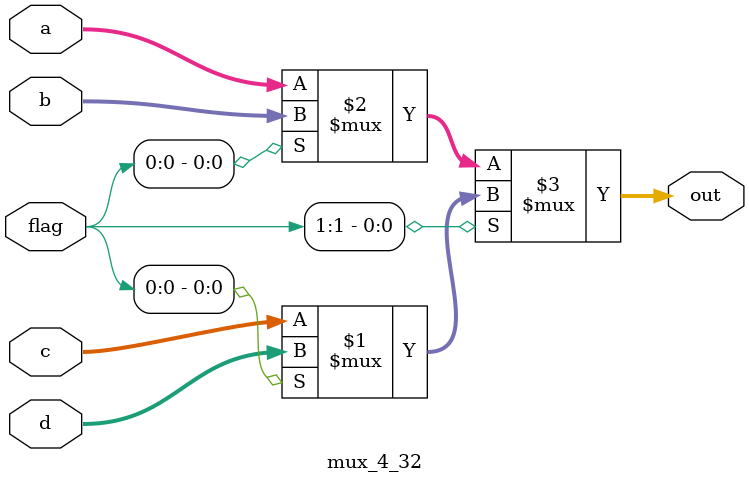
<source format=v>
`timescale 1ns / 1ps


module mux_4_32(
    input [1:0] flag,
    input [31:0] a,
    input [31:0] b,
    input [31:0] c,
    input [31:0] d,
    output [31:0] out
    );
    assign out = flag[1]?(flag[0]?d:c):(flag[0]?b:a);
endmodule

</source>
